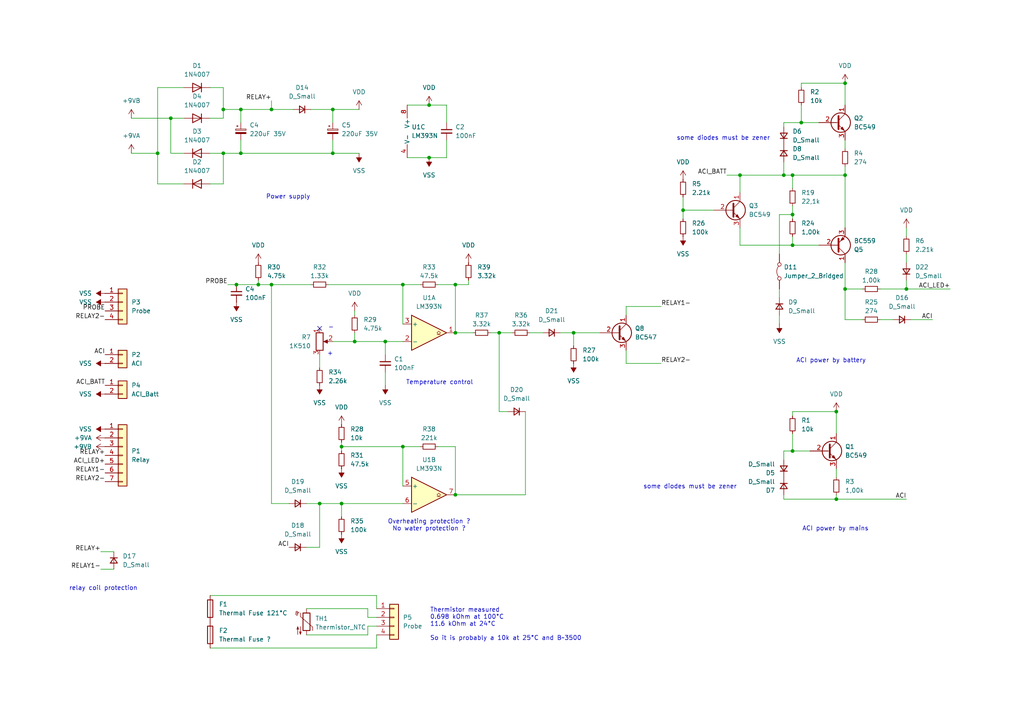
<source format=kicad_sch>
(kicad_sch (version 20231120) (generator "eeschema") (generator_version "8.0")
  (paper "A4")
  (title_block (title "TEC REGULATION 25.60.0101D") (date "2024-09-23") (company "Reverse engineered by FLACO 2024"))
  (lib_symbols
    (symbol "Comparator:LM393" (pin_names (offset 0.127))
      (property "Reference" "U" (at 3.81 3.81 0))
      (property "Value" "LM393" (at 6.35 -3.81 0))
      (symbol "LM393_1_1"
        (pin open_collector line (at 7.62 0 180) (length 2.54) (name "~") (number "1"))
        (pin input line (at -7.62 -2.54 0) (length 2.54) (name "-") (number "2"))
        (pin input line (at -7.62 2.54 0) (length 2.54) (name "+") (number "3"))
      )
      (symbol "LM393_2_1"
        (pin input line (at -7.62 2.54 0) (length 2.54) (name "+") (number "5"))
        (pin input line (at -7.62 -2.54 0) (length 2.54) (name "-") (number "6"))
        (pin open_collector line (at 7.62 0 180) (length 2.54) (name "~") (number "7"))
      )
      (symbol "LM393_3_1"
        (pin power_in line (at -2.54 -7.62 90) (length 3.81) (name "V-") (number "4"))
        (pin power_in line (at -2.54 7.62 270) (length 3.81) (name "V+") (number "8"))
      )
    )
    (symbol "Connector_Generic:Conn_01x02" (pin_names (offset 1.016) hide)
      (property "Reference" "J" (at 0 2.54 0))
      (property "Value" "Conn_01x02" (at 0 -5.08 0))
      (symbol "Conn_01x02_1_1"
        (pin passive line (at -5.08 0 0) (length 3.81) (name "Pin_1") (number "1"))
        (pin passive line (at -5.08 -2.54 0) (length 3.81) (name "Pin_2") (number "2"))
      )
    )
    (symbol "Connector_Generic:Conn_01x04" (pin_names (offset 1.016) hide)
      (property "Reference" "J" (at 0 5.08 0))
      (property "Value" "Conn_01x04" (at 0 -7.62 0))
      (symbol "Conn_01x04_1_1"
        (pin passive line (at -5.08 2.54 0) (length 3.81) (name "Pin_1") (number "1"))
        (pin passive line (at -5.08 0 0) (length 3.81) (name "Pin_2") (number "2"))
        (pin passive line (at -5.08 -2.54 0) (length 3.81) (name "Pin_3") (number "3"))
        (pin passive line (at -5.08 -5.08 0) (length 3.81) (name "Pin_4") (number "4"))
      )
    )
    (symbol "Connector_Generic:Conn_01x07" (pin_names (offset 1.016) hide)
      (property "Reference" "J" (at 0 10.16 0))
      (property "Value" "Conn_01x07" (at 0 -10.16 0))
      (symbol "Conn_01x07_1_1"
        (pin passive line (at -5.08 7.62 0) (length 3.81) (name "Pin_1") (number "1"))
        (pin passive line (at -5.08 5.08 0) (length 3.81) (name "Pin_2") (number "2"))
        (pin passive line (at -5.08 2.54 0) (length 3.81) (name "Pin_3") (number "3"))
        (pin passive line (at -5.08 0 0) (length 3.81) (name "Pin_4") (number "4"))
        (pin passive line (at -5.08 -2.54 0) (length 3.81) (name "Pin_5") (number "5"))
        (pin passive line (at -5.08 -5.08 0) (length 3.81) (name "Pin_6") (number "6"))
        (pin passive line (at -5.08 -7.62 0) (length 3.81) (name "Pin_7") (number "7"))
      )
    )
    (symbol "Device:C_Polarized_Small" (pin_numbers hide) (pin_names (offset 0.254) hide)
      (property "Reference" "C" (at 0.254 1.778 0))
      (property "Value" "C_Polarized_Small" (at 0.254 -2.032 0))
      (symbol "C_Polarized_Small_1_1"
        (pin passive line (at 0 2.54 270) (length 1.8542) (name "~") (number "1"))
        (pin passive line (at 0 -2.54 90) (length 1.8542) (name "~") (number "2"))
      )
    )
    (symbol "Device:C_Small" (pin_numbers hide) (pin_names (offset 0.254) hide)
      (property "Reference" "C" (at 0.254 1.778 0))
      (property "Value" "C_Small" (at 0.254 -2.032 0))
      (symbol "C_Small_1_1"
        (pin passive line (at 0 2.54 270) (length 2.032) (name "~") (number "1"))
        (pin passive line (at 0 -2.54 90) (length 2.032) (name "~") (number "2"))
      )
    )
    (symbol "Device:D_Small" (pin_numbers hide) (pin_names (offset 0.254) hide)
      (property "Reference" "D" (at -1.27 2.032 0))
      (property "Value" "D_Small" (at -3.81 -2.032 0))
      (symbol "D_Small_1_1"
        (pin passive line (at -2.54 0 0) (length 1.778) (name "K") (number "1"))
        (pin passive line (at 2.54 0 180) (length 1.778) (name "A") (number "2"))
      )
    )
    (symbol "Device:Fuse" (pin_numbers hide) (pin_names (offset 0))
      (property "Reference" "F" (at 2.032 0 90))
      (property "Value" "Fuse" (at -1.905 0 90))
      (symbol "Fuse_1_1"
        (pin passive line (at 0 3.81 270) (length 1.27) (name "~") (number "1"))
        (pin passive line (at 0 -3.81 90) (length 1.27) (name "~") (number "2"))
      )
    )
    (symbol "Device:R_Potentiometer" (pin_names (offset 1.016) hide)
      (property "Reference" "RV" (at -4.445 0 90))
      (property "Value" "R_Potentiometer" (at -2.54 0 90))
      (symbol "R_Potentiometer_1_1"
        (pin passive line (at 0 3.81 270) (length 1.27) (name "1") (number "1"))
        (pin passive line (at 3.81 0 180) (length 1.27) (name "2") (number "2"))
        (pin passive line (at 0 -3.81 90) (length 1.27) (name "3") (number "3"))
      )
    )
    (symbol "Device:R_Small" (pin_numbers hide) (pin_names (offset 0.254) hide)
      (property "Reference" "R" (at 0.762 0.508 0))
      (property "Value" "R_Small" (at 0.762 -1.016 0))
      (symbol "R_Small_1_1"
        (pin passive line (at 0 2.54 270) (length 0.762) (name "~") (number "1"))
        (pin passive line (at 0 -2.54 90) (length 0.762) (name "~") (number "2"))
      )
    )
    (symbol "Device:Thermistor_NTC" (pin_numbers hide) (pin_names (offset 0))
      (property "Reference" "TH" (at -4.445 0 90))
      (property "Value" "Thermistor_NTC" (at 3.175 0 90))
      (symbol "Thermistor_NTC_1_1"
        (pin passive line (at 0 3.81 270) (length 1.27) (name "~") (number "1"))
        (pin passive line (at 0 -3.81 90) (length 1.27) (name "~") (number "2"))
      )
    )
    (symbol "Diode:1N4007" (pin_numbers hide) (pin_names hide)
      (property "Reference" "D" (at 0 2.54 0))
      (property "Value" "1N4007" (at 0 -2.54 0))
      (symbol "1N4007_1_1"
        (pin passive line (at -3.81 0 0) (length 2.54) (name "K") (number "1"))
        (pin passive line (at 3.81 0 180) (length 2.54) (name "A") (number "2"))
      )
    )
    (symbol "Jumper:Jumper_2_Bridged" (pin_numbers hide) (pin_names (offset 0) hide) (exclude_from_sim yes)
      (property "Reference" "JP" (at 0 1.905 0))
      (property "Value" "Jumper_2_Bridged" (at 0 -2.54 0))
      (symbol "Jumper_2_Bridged_1_1"
        (pin passive line (at -5.08 0 0) (length 2.54) (name "A") (number "1"))
        (pin passive line (at 5.08 0 180) (length 2.54) (name "B") (number "2"))
      )
    )
    (symbol "Transistor_BJT:BC547" (pin_names (offset 0) hide)
      (property "Reference" "Q" (at 5.08 1.905 0))
      (property "Value" "BC547" (at 5.08 0 0))
      (symbol "BC547_1_1"
        (pin passive line (at 2.54 5.08 270) (length 2.54) (name "C") (number "1"))
        (pin input line (at -5.08 0 0) (length 5.08) (name "B") (number "2"))
        (pin passive line (at 2.54 -5.08 90) (length 2.54) (name "E") (number "3"))
      )
    )
    (symbol "Transistor_BJT:BC549" (pin_names (offset 0) hide)
      (property "Reference" "Q" (at 5.08 1.905 0))
      (property "Value" "BC549" (at 5.08 0 0))
      (symbol "BC549_1_1"
        (pin passive line (at 2.54 5.08 270) (length 2.54) (name "C") (number "1"))
        (pin input line (at -5.08 0 0) (length 5.08) (name "B") (number "2"))
        (pin passive line (at 2.54 -5.08 90) (length 2.54) (name "E") (number "3"))
      )
    )
    (symbol "Transistor_BJT:BC559" (pin_names (offset 0) hide)
      (property "Reference" "Q" (at 5.08 1.905 0))
      (property "Value" "BC559" (at 5.08 0 0))
      (symbol "BC559_1_1"
        (pin passive line (at 2.54 5.08 270) (length 2.54) (name "C") (number "1"))
        (pin input line (at -5.08 0 0) (length 5.715) (name "B") (number "2"))
        (pin passive line (at 2.54 -5.08 90) (length 2.54) (name "E") (number "3"))
      )
    )
    (symbol "power:+9VA" (power) (pin_numbers hide) (pin_names (offset 0) hide)
      (property "Value" "+9VA" (at 0 3.556 0))
      (symbol "+9VA_1_1"
        (pin power_in line (at 0 0 90) (length 0) (name "~") (number "1"))
      )
    )
    (symbol "power:VDD" (power) (pin_numbers hide) (pin_names (offset 0) hide)
      (property "Value" "VDD" (at 0 3.556 0))
      (symbol "VDD_1_1"
        (pin power_in line (at 0 0 90) (length 0) (name "~") (number "1"))
      )
    )
    (symbol "power:VSS" (power) (pin_numbers hide) (pin_names (offset 0) hide)
      (property "Value" "VSS" (at 0 3.556 0))
      (symbol "VSS_1_1"
        (pin power_in line (at 0 0 90) (length 0) (name "~") (number "1"))
      )
    )
  )
  (junction (at 64.77 31.75))
  (junction (at 132.08 143.51))
  (junction (at 229.87 71.12))
  (junction (at 229.87 130.81))
  (junction (at 78.74 31.75))
  (junction (at 229.87 62.23))
  (junction (at 245.11 83.82))
  (junction (at 132.08 96.52))
  (junction (at 74.93 82.55))
  (junction (at 99.06 146.05))
  (junction (at 242.57 119.38))
  (junction (at 242.57 144.78))
  (junction (at 262.89 83.82))
  (junction (at 124.46 45.72))
  (junction (at 96.52 31.75))
  (junction (at 116.84 129.54))
  (junction (at 232.41 35.56))
  (junction (at 116.84 82.55))
  (junction (at 132.08 82.55))
  (junction (at 198.12 60.96))
  (junction (at 68.58 82.55))
  (junction (at 227.33 50.8))
  (junction (at 166.37 96.52))
  (junction (at 245.11 24.13))
  (junction (at 245.11 50.8))
  (junction (at 99.06 129.54))
  (junction (at 64.77 44.45))
  (junction (at 49.53 34.29))
  (junction (at 124.46 30.48))
  (junction (at 69.85 31.75))
  (junction (at 229.87 50.8))
  (junction (at 45.72 44.45))
  (junction (at 69.85 44.45))
  (junction (at 78.74 82.55))
  (junction (at 92.71 146.05))
  (junction (at 214.63 50.8))
  (junction (at 144.78 96.52))
  (junction (at 111.76 99.06))
  (junction (at 96.52 44.45))
  (junction (at 102.87 99.06))
  (no_connect (at 92.71 95.25))
  (wire (pts (xy 116.84 82.55) (xy 121.92 82.55)))
  (wire (pts (xy 262.89 81.28) (xy 262.89 83.82)))
  (wire (pts (xy 29.21 165.1) (xy 33.02 165.1)))
  (wire (pts (xy 49.53 34.29) (xy 49.53 44.45)))
  (wire (pts (xy 242.57 144.78) (xy 262.89 144.78)))
  (wire (pts (xy 153.67 96.52) (xy 157.48 96.52)))
  (wire (pts (xy 99.06 129.54) (xy 99.06 128.27)))
  (wire (pts (xy 229.87 59.69) (xy 229.87 62.23)))
  (wire (pts (xy 116.84 93.98) (xy 116.84 82.55)))
  (wire (pts (xy 232.41 35.56) (xy 227.33 35.56)))
  (wire (pts (xy 264.16 92.71) (xy 270.51 92.71)))
  (wire (pts (xy 229.87 68.58) (xy 229.87 71.12)))
  (wire (pts (xy 109.22 187.96) (xy 109.22 184.15)))
  (wire (pts (xy 210.82 50.8) (xy 214.63 50.8)))
  (wire (pts (xy 229.87 71.12) (xy 214.63 71.12)))
  (wire (pts (xy 144.78 96.52) (xy 148.59 96.52)))
  (wire (pts (xy 227.33 130.81) (xy 229.87 130.81)))
  (wire (pts (xy 64.77 25.4) (xy 60.96 25.4)))
  (wire (pts (xy 99.06 129.54) (xy 99.06 130.81)))
  (wire (pts (xy 226.06 83.82) (xy 226.06 86.36)))
  (wire (pts (xy 111.76 107.95) (xy 111.76 111.76)))
  (wire (pts (xy 152.4 119.38) (xy 152.4 143.51)))
  (wire (pts (xy 198.12 57.15) (xy 198.12 60.96)))
  (wire (pts (xy 129.54 30.48) (xy 124.46 30.48)))
  (wire (pts (xy 229.87 50.8) (xy 229.87 54.61)))
  (wire (pts (xy 227.33 144.78) (xy 242.57 144.78)))
  (wire (pts (xy 262.89 83.82) (xy 275.59 83.82)))
  (wire (pts (xy 106.68 176.53) (xy 88.9 176.53)))
  (wire (pts (xy 124.46 30.48) (xy 118.11 30.48)))
  (wire (pts (xy 166.37 96.52) (xy 173.99 96.52)))
  (wire (pts (xy 78.74 82.55) (xy 78.74 146.05)))
  (wire (pts (xy 60.96 172.72) (xy 109.22 172.72)))
  (wire (pts (xy 245.11 24.13) (xy 245.11 30.48)))
  (wire (pts (xy 232.41 30.48) (xy 232.41 35.56)))
  (wire (pts (xy 49.53 44.45) (xy 53.34 44.45)))
  (wire (pts (xy 106.68 184.15) (xy 88.9 184.15)))
  (wire (pts (xy 242.57 135.89) (xy 242.57 138.43)))
  (wire (pts (xy 96.52 31.75) (xy 104.14 31.75)))
  (wire (pts (xy 95.25 82.55) (xy 116.84 82.55)))
  (wire (pts (xy 242.57 144.78) (xy 242.57 143.51)))
  (wire (pts (xy 232.41 24.13) (xy 232.41 25.4)))
  (wire (pts (xy 38.1 34.29) (xy 49.53 34.29)))
  (wire (pts (xy 109.22 179.07) (xy 106.68 179.07)))
  (wire (pts (xy 64.77 44.45) (xy 69.85 44.45)))
  (wire (pts (xy 53.34 34.29) (xy 49.53 34.29)))
  (wire (pts (xy 214.63 50.8) (xy 214.63 55.88)))
  (wire (pts (xy 96.52 99.06) (xy 102.87 99.06)))
  (wire (pts (xy 229.87 119.38) (xy 229.87 120.65)))
  (wire (pts (xy 64.77 31.75) (xy 64.77 34.29)))
  (wire (pts (xy 245.11 48.26) (xy 245.11 50.8)))
  (wire (pts (xy 78.74 82.55) (xy 90.17 82.55)))
  (wire (pts (xy 99.06 129.54) (xy 116.84 129.54)))
  (wire (pts (xy 60.96 187.96) (xy 109.22 187.96)))
  (wire (pts (xy 88.9 158.75) (xy 92.71 158.75)))
  (wire (pts (xy 88.9 146.05) (xy 92.71 146.05)))
  (wire (pts (xy 96.52 44.45) (xy 96.52 40.64)))
  (wire (pts (xy 162.56 96.52) (xy 166.37 96.52)))
  (wire (pts (xy 29.21 160.02) (xy 33.02 160.02)))
  (wire (pts (xy 229.87 119.38) (xy 242.57 119.38)))
  (wire (pts (xy 99.06 146.05) (xy 99.06 149.86)))
  (wire (pts (xy 111.76 102.87) (xy 111.76 99.06)))
  (wire (pts (xy 69.85 31.75) (xy 69.85 35.56)))
  (wire (pts (xy 78.74 31.75) (xy 85.09 31.75)))
  (wire (pts (xy 245.11 40.64) (xy 245.11 43.18)))
  (wire (pts (xy 191.77 88.9) (xy 181.61 88.9)))
  (wire (pts (xy 129.54 40.64) (xy 129.54 45.72)))
  (wire (pts (xy 132.08 129.54) (xy 127 129.54)))
  (wire (pts (xy 92.71 102.87) (xy 92.71 106.68)))
  (wire (pts (xy 245.11 76.2) (xy 245.11 83.82)))
  (wire (pts (xy 255.27 92.71) (xy 259.08 92.71)))
  (wire (pts (xy 226.06 62.23) (xy 226.06 73.66)))
  (wire (pts (xy 245.11 83.82) (xy 250.19 83.82)))
  (wire (pts (xy 102.87 90.17) (xy 102.87 91.44)))
  (wire (pts (xy 229.87 130.81) (xy 229.87 125.73)))
  (wire (pts (xy 109.22 181.61) (xy 106.68 181.61)))
  (wire (pts (xy 38.1 44.45) (xy 45.72 44.45)))
  (wire (pts (xy 198.12 60.96) (xy 198.12 63.5)))
  (wire (pts (xy 78.74 146.05) (xy 83.82 146.05)))
  (wire (pts (xy 132.08 82.55) (xy 135.89 82.55)))
  (wire (pts (xy 69.85 44.45) (xy 96.52 44.45)))
  (wire (pts (xy 121.92 129.54) (xy 116.84 129.54)))
  (wire (pts (xy 64.77 53.34) (xy 60.96 53.34)))
  (wire (pts (xy 237.49 71.12) (xy 229.87 71.12)))
  (wire (pts (xy 45.72 25.4) (xy 45.72 44.45)))
  (wire (pts (xy 74.93 81.28) (xy 74.93 82.55)))
  (wire (pts (xy 68.58 82.55) (xy 74.93 82.55)))
  (wire (pts (xy 135.89 82.55) (xy 135.89 81.28)))
  (wire (pts (xy 96.52 31.75) (xy 96.52 35.56)))
  (wire (pts (xy 144.78 119.38) (xy 147.32 119.38)))
  (wire (pts (xy 132.08 143.51) (xy 132.08 129.54)))
  (wire (pts (xy 229.87 62.23) (xy 226.06 62.23)))
  (wire (pts (xy 142.24 96.52) (xy 144.78 96.52)))
  (wire (pts (xy 198.12 60.96) (xy 207.01 60.96)))
  (wire (pts (xy 234.95 130.81) (xy 229.87 130.81)))
  (wire (pts (xy 255.27 83.82) (xy 262.89 83.82)))
  (wire (pts (xy 104.14 44.45) (xy 96.52 44.45)))
  (wire (pts (xy 245.11 83.82) (xy 245.11 92.71)))
  (wire (pts (xy 45.72 53.34) (xy 53.34 53.34)))
  (wire (pts (xy 227.33 35.56) (xy 227.33 36.83)))
  (wire (pts (xy 181.61 105.41) (xy 191.77 105.41)))
  (wire (pts (xy 64.77 25.4) (xy 64.77 31.75)))
  (wire (pts (xy 132.08 96.52) (xy 132.08 82.55)))
  (wire (pts (xy 214.63 71.12) (xy 214.63 66.04)))
  (wire (pts (xy 109.22 172.72) (xy 109.22 176.53)))
  (wire (pts (xy 132.08 96.52) (xy 137.16 96.52)))
  (wire (pts (xy 232.41 35.56) (xy 237.49 35.56)))
  (wire (pts (xy 106.68 181.61) (xy 106.68 184.15)))
  (wire (pts (xy 166.37 96.52) (xy 166.37 100.33)))
  (wire (pts (xy 106.68 179.07) (xy 106.68 176.53)))
  (wire (pts (xy 69.85 40.64) (xy 69.85 44.45)))
  (wire (pts (xy 181.61 88.9) (xy 181.61 91.44)))
  (wire (pts (xy 227.33 46.99) (xy 227.33 50.8)))
  (wire (pts (xy 74.93 82.55) (xy 78.74 82.55)))
  (wire (pts (xy 78.74 29.21) (xy 78.74 31.75)))
  (wire (pts (xy 53.34 25.4) (xy 45.72 25.4)))
  (wire (pts (xy 64.77 34.29) (xy 60.96 34.29)))
  (wire (pts (xy 124.46 45.72) (xy 118.11 45.72)))
  (wire (pts (xy 229.87 62.23) (xy 229.87 63.5)))
  (wire (pts (xy 152.4 143.51) (xy 132.08 143.51)))
  (wire (pts (xy 181.61 101.6) (xy 181.61 105.41)))
  (wire (pts (xy 245.11 66.04) (xy 245.11 50.8)))
  (wire (pts (xy 232.41 24.13) (xy 245.11 24.13)))
  (wire (pts (xy 64.77 44.45) (xy 60.96 44.45)))
  (wire (pts (xy 262.89 66.04) (xy 262.89 68.58)))
  (wire (pts (xy 242.57 119.38) (xy 242.57 125.73)))
  (wire (pts (xy 102.87 96.52) (xy 102.87 99.06)))
  (wire (pts (xy 69.85 31.75) (xy 64.77 31.75)))
  (wire (pts (xy 245.11 92.71) (xy 250.19 92.71)))
  (wire (pts (xy 92.71 158.75) (xy 92.71 146.05)))
  (wire (pts (xy 144.78 96.52) (xy 144.78 119.38)))
  (wire (pts (xy 64.77 44.45) (xy 64.77 53.34)))
  (wire (pts (xy 227.33 50.8) (xy 229.87 50.8)))
  (wire (pts (xy 226.06 91.44) (xy 226.06 93.98)))
  (wire (pts (xy 227.33 130.81) (xy 227.33 133.35)))
  (wire (pts (xy 227.33 144.78) (xy 227.33 143.51)))
  (wire (pts (xy 214.63 50.8) (xy 227.33 50.8)))
  (wire (pts (xy 111.76 99.06) (xy 116.84 99.06)))
  (wire (pts (xy 262.89 73.66) (xy 262.89 76.2)))
  (wire (pts (xy 245.11 50.8) (xy 229.87 50.8)))
  (wire (pts (xy 69.85 31.75) (xy 78.74 31.75)))
  (wire (pts (xy 90.17 31.75) (xy 96.52 31.75)))
  (wire (pts (xy 129.54 45.72) (xy 124.46 45.72)))
  (wire (pts (xy 66.04 82.55) (xy 68.58 82.55)))
  (wire (pts (xy 99.06 146.05) (xy 116.84 146.05)))
  (wire (pts (xy 45.72 44.45) (xy 45.72 53.34)))
  (wire (pts (xy 92.71 146.05) (xy 99.06 146.05)))
  (wire (pts (xy 116.84 129.54) (xy 116.84 140.97)))
  (wire (pts (xy 102.87 99.06) (xy 111.76 99.06)))
  (wire (pts (xy 129.54 35.56) (xy 129.54 30.48)))
  (wire (pts (xy 132.08 82.55) (xy 127 82.55)))
  (text "ACI power by battery" (at 241.046 104.648 0) (effects (font (size 1.27 1.27))))
  (text "relay coil protection" (at 29.972 170.688 0) (effects (font (size 1.27 1.27))))
  (text "Temperature control" (at 127.508 110.998 0) (effects (font (size 1.27 1.27))))
  (text "-" (at 96.012 94.996 0) (effects (font (size 1.27 1.27))))
  (text "Overheating protection ?\nNo water protection ?" (at 124.46 152.4 0) (effects (font (size 1.27 1.27))))
  (text "+" (at 95.758 102.616 0) (effects (font (size 1.27 1.27))))
  (text "ACI power by mains" (at 242.316 153.416 0) (effects (font (size 1.27 1.27))))
  (text "Thermistor measured\n0.698 kOhm at 100°C\n11.6 kOhm at 24°C\n\nSo it is probably a 10k at 25°C and B~3500" (at 124.714 181.102 0) (effects (font (size 1.27 1.27)) (justify left)))
  (text "some diodes must be zener" (at 200.152 141.224 0) (effects (font (size 1.27 1.27))))
  (text "some diodes must be zener" (at 209.804 40.132 0) (effects (font (size 1.27 1.27))))
  (text "Power supply" (at 83.566 57.15 0) (effects (font (size 1.27 1.27))))
  (label "ACI" (at 83.82 158.75 180))
  (label "RELAY+" (at 30.48 132.08 180))
  (label "RELAY2-" (at 30.48 92.71 180))
  (label "ACI_BATT" (at 210.82 50.8 180))
  (label "ACI" (at 30.48 102.87 180))
  (label "RELAY2-" (at 191.77 105.41 0))
  (label "PROBE" (at 30.48 90.17 180))
  (label "RELAY+" (at 29.21 160.02 180))
  (label "RELAY1-" (at 30.48 137.16 180))
  (label "RELAY1-" (at 191.77 88.9 0))
  (label "ACI" (at 270.51 92.71 180))
  (label "RELAY1-" (at 29.21 165.1 180))
  (label "ACI_LED+" (at 30.48 134.62 180))
  (label "RELAY2-" (at 30.48 139.7 180))
  (label "ACI" (at 262.89 144.78 180))
  (label "PROBE" (at 66.04 82.55 180))
  (label "ACI_BATT" (at 30.48 111.76 180))
  (label "RELAY+" (at 78.74 29.21 180))
  (label "ACI_LED+" (at 275.59 83.82 180))
  (symbol (lib_id "Connector_Generic:Conn_01x04") (at 35.56 87.63 0) (unit 1)
    (property "Reference" "P3" (at 38.1 87.6299 0) (effects (justify left)))
    (property "Value" "Probe" (at 38.1 90.1699 0) (effects (justify left)))
    (property "Description" "Generic connector, single row, 01x04, script generated (kicad-library-utils/schlib/autogen/connector/)" (effects (hide yes)))
  )
  (symbol (lib_id "Device:D_Small") (at 261.62 92.71 180) (unit 1)
    (property "Reference" "D16" (at 261.62 86.36 0))
    (property "Value" "D_Small" (at 261.62 88.9 0))
    (property "Description" "Diode, small symbol" (effects (hide yes)))
    (property "Sim.Device" "D" (effects (hide yes)))
    (property "Sim.Pins" "1=K 2=A" (effects (hide yes)))
  )
  (symbol (lib_id "Device:R_Small") (at 252.73 92.71 90) (unit 1)
    (property "Reference" "R25" (at 252.73 87.63 90))
    (property "Value" "274" (at 252.73 90.17 90))
    (property "Footprint" "Resistor_THT:R_Axial_DIN0207_L6.3mm_D2.5mm_P10.16mm_Horizontal" (effects (hide yes)))
    (property "Description" "Resistor, small symbol" (effects (hide yes)))
  )
  (symbol (lib_id "Device:D_Small") (at 262.89 78.74 90) (unit 1)
    (property "Reference" "D22" (at 265.43 77.4699 90) (effects (justify right)))
    (property "Value" "D_Small" (at 265.43 80.0099 90) (effects (justify right)))
    (property "Description" "Diode, small symbol" (effects (hide yes)))
    (property "Sim.Device" "D" (effects (hide yes)))
    (property "Sim.Pins" "1=K 2=A" (effects (hide yes)))
  )
  (symbol (lib_id "Diode:1N4007") (at 57.15 34.29 180) (unit 1)
    (property "Reference" "D4" (at 57.15 27.94 0))
    (property "Value" "1N4007" (at 57.15 30.48 0))
    (property "Footprint" "Diode_THT:D_DO-41_SOD81_P10.16mm_Horizontal" (effects (hide yes)))
    (property "Datasheet" "http://www.vishay.com/docs/88503/1n4001.pdf" (effects (hide yes)))
    (property "Description" "1000V 1A General Purpose Rectifier Diode, DO-41" (effects (hide yes)))
    (property "Sim.Device" "D" (effects (hide yes)))
    (property "Sim.Pins" "1=K 2=A" (effects (hide yes)))
  )
  (symbol (lib_id "Device:D_Small") (at 33.02 162.56 270) (unit 1)
    (property "Reference" "D17" (at 35.56 161.2899 90) (effects (justify left)))
    (property "Value" "D_Small" (at 35.56 163.8299 90) (effects (justify left)))
    (property "Description" "Diode, small symbol" (effects (hide yes)))
    (property "Sim.Device" "D" (effects (hide yes)))
    (property "Sim.Pins" "1=K 2=A" (effects (hide yes)))
  )
  (symbol (lib_id "Device:R_Small") (at 99.06 133.35 0) (unit 1)
    (property "Reference" "R31" (at 101.6 132.0799 0) (effects (justify left)))
    (property "Value" "47.5k" (at 101.6 134.6199 0) (effects (justify left)))
    (property "Footprint" "Resistor_THT:R_Axial_DIN0207_L6.3mm_D2.5mm_P10.16mm_Horizontal" (effects (hide yes)))
    (property "Description" "Resistor, small symbol" (effects (hide yes)))
  )
  (symbol (lib_id "power:VDD") (at 242.57 119.38 0) (unit 1)
    (property "Reference" "#PWR029" (effects (hide yes)))
    (property "Value" "VDD" (at 242.57 114.3 0))
    (property "Description" "Power symbol creates a global label with name \"VDD\"" (effects (hide yes)))
  )
  (symbol (lib_id "Diode:1N4007") (at 57.15 53.34 0) (unit 1)
    (property "Reference" "D2" (at 57.15 46.99 0))
    (property "Value" "1N4007" (at 57.15 49.53 0))
    (property "Footprint" "Diode_THT:D_DO-41_SOD81_P10.16mm_Horizontal" (effects (hide yes)))
    (property "Datasheet" "http://www.vishay.com/docs/88503/1n4001.pdf" (effects (hide yes)))
    (property "Description" "1000V 1A General Purpose Rectifier Diode, DO-41" (effects (hide yes)))
    (property "Sim.Device" "D" (effects (hide yes)))
    (property "Sim.Pins" "1=K 2=A" (effects (hide yes)))
  )
  (symbol (lib_id "power:VDD") (at 74.93 76.2 0) (unit 1)
    (property "Reference" "#PWR013" (effects (hide yes)))
    (property "Value" "VDD" (at 74.93 71.12 0))
    (property "Description" "Power symbol creates a global label with name \"VDD\"" (effects (hide yes)))
  )
  (symbol (lib_id "Device:R_Small") (at 198.12 66.04 0) (unit 1)
    (property "Reference" "R26" (at 200.66 64.7699 0) (effects (justify left)))
    (property "Value" "100k" (at 200.66 67.3099 0) (effects (justify left)))
    (property "Footprint" "Resistor_THT:R_Axial_DIN0207_L6.3mm_D2.5mm_P10.16mm_Horizontal" (effects (hide yes)))
    (property "Description" "Resistor, small symbol" (effects (hide yes)))
  )
  (symbol (lib_id "Device:D_Small") (at 226.06 88.9 270) (unit 1)
    (property "Reference" "D9" (at 228.6 87.6299 90) (effects (justify left)))
    (property "Value" "D_Small" (at 228.6 90.1699 90) (effects (justify left)))
    (property "Description" "Diode, small symbol" (effects (hide yes)))
    (property "Sim.Device" "D" (effects (hide yes)))
    (property "Sim.Pins" "1=K 2=A" (effects (hide yes)))
  )
  (symbol (lib_id "power:VSS") (at 124.46 45.72 180) (unit 1)
    (property "Reference" "#PWR08" (effects (hide yes)))
    (property "Value" "VSS" (at 124.46 50.8 0))
    (property "Description" "Power symbol creates a global label with name \"VSS\"" (effects (hide yes)))
  )
  (symbol (lib_id "Device:R_Small") (at 124.46 82.55 90) (unit 1)
    (property "Reference" "R33" (at 124.46 77.47 90))
    (property "Value" "47.5k" (at 124.46 80.01 90))
    (property "Footprint" "Resistor_THT:R_Axial_DIN0207_L6.3mm_D2.5mm_P10.16mm_Horizontal" (effects (hide yes)))
    (property "Description" "Resistor, small symbol" (effects (hide yes)))
  )
  (symbol (lib_id "Diode:1N4007") (at 57.15 44.45 0) (unit 1)
    (property "Reference" "D3" (at 57.15 38.1 0))
    (property "Value" "1N4007" (at 57.15 40.64 0))
    (property "Footprint" "Diode_THT:D_DO-41_SOD81_P10.16mm_Horizontal" (effects (hide yes)))
    (property "Datasheet" "http://www.vishay.com/docs/88503/1n4001.pdf" (effects (hide yes)))
    (property "Description" "1000V 1A General Purpose Rectifier Diode, DO-41" (effects (hide yes)))
    (property "Sim.Device" "D" (effects (hide yes)))
    (property "Sim.Pins" "1=K 2=A" (effects (hide yes)))
  )
  (symbol (lib_id "Device:C_Polarized_Small") (at 69.85 38.1 0) (unit 1)
    (property "Reference" "C4" (at 72.39 36.2838 0) (effects (justify left)))
    (property "Value" "220uF 35V" (at 72.39 38.8238 0) (effects (justify left)))
    (property "Footprint" "Capacitor_THT:CP_Radial_D10.0mm_P5.00mm" (effects (hide yes)))
    (property "Description" "Polarized capacitor, small symbol" (effects (hide yes)))
  )
  (symbol (lib_id "Transistor_BJT:BC559") (at 242.57 71.12 0) (mirror x) (unit 1)
    (property "Reference" "Q5" (at 247.65 72.3901 0) (effects (justify left)))
    (property "Value" "BC559" (at 247.65 69.8501 0) (effects (justify left)))
    (property "Footprint" "Package_TO_SOT_THT:TO-92_Inline" (effects (hide yes)))
    (property "Datasheet" "https://www.onsemi.com/pub/Collateral/BC556BTA-D.pdf" (effects (hide yes)))
    (property "Description" "0.1A Ic, 30V Vce, PNP Small Signal Transistor, TO-92" (effects (hide yes)))
  )
  (symbol (lib_id "Device:D_Small") (at 149.86 119.38 180) (unit 1)
    (property "Reference" "D20" (at 149.86 113.03 0))
    (property "Value" "D_Small" (at 149.86 115.57 0))
    (property "Description" "Diode, small symbol" (effects (hide yes)))
    (property "Sim.Device" "D" (effects (hide yes)))
    (property "Sim.Pins" "1=K 2=A" (effects (hide yes)))
  )
  (symbol (lib_id "power:VSS") (at 226.06 93.98 180) (unit 1)
    (property "Reference" "#PWR026" (effects (hide yes)))
    (property "Value" "VSS" (at 226.06 99.06 0))
    (property "Description" "Power symbol creates a global label with name \"VSS\"" (effects (hide yes)))
  )
  (symbol (lib_id "Device:R_Small") (at 99.06 152.4 0) (unit 1)
    (property "Reference" "R35" (at 101.6 151.1299 0) (effects (justify left)))
    (property "Value" "100k" (at 101.6 153.6699 0) (effects (justify left)))
    (property "Footprint" "Resistor_THT:R_Axial_DIN0207_L6.3mm_D2.5mm_P10.16mm_Horizontal" (effects (hide yes)))
    (property "Description" "Resistor, small symbol" (effects (hide yes)))
  )
  (symbol (lib_id "Device:Fuse") (at 60.96 176.53 0) (unit 1)
    (property "Reference" "F1" (at 63.5 175.2599 0) (effects (justify left)))
    (property "Value" "Thermal Fuse 121°C" (at 63.5 177.7999 0) (effects (justify left)))
    (property "Datasheet" "https://www.sensience.com/products/microtemp-thermal-fuse-2/" (effects (hide yes)))
    (property "Description" "Fuse, Microtemp G4" (effects (hide yes)))
  )
  (symbol (lib_id "Transistor_BJT:BC549") (at 212.09 60.96 0) (unit 1)
    (property "Reference" "Q3" (at 217.17 59.6899 0) (effects (justify left)))
    (property "Value" "BC549" (at 217.17 62.2299 0) (effects (justify left)))
    (property "Footprint" "Package_TO_SOT_THT:TO-92_Inline" (effects (hide yes)))
    (property "Datasheet" "https://www.onsemi.com/pub/Collateral/BC550-D.pdf" (effects (hide yes)))
    (property "Description" "0.1A Ic, 30V Vce, Small Signal NPN Transistor, TO-92" (effects (hide yes)))
  )
  (symbol (lib_id "Device:R_Small") (at 229.87 57.15 0) (unit 1)
    (property "Reference" "R19" (at 232.41 55.8799 0) (effects (justify left)))
    (property "Value" "22,1k" (at 232.41 58.4199 0) (effects (justify left)))
    (property "Footprint" "Resistor_THT:R_Axial_DIN0207_L6.3mm_D2.5mm_P10.16mm_Horizontal" (effects (hide yes)))
    (property "Description" "Resistor, small symbol" (effects (hide yes)))
  )
  (symbol (lib_id "power:VDD") (at 99.06 123.19 0) (unit 1)
    (property "Reference" "#PWR017" (effects (hide yes)))
    (property "Value" "VDD" (at 99.06 118.11 0))
    (property "Description" "Power symbol creates a global label with name \"VDD\"" (effects (hide yes)))
  )
  (symbol (lib_id "Device:R_Small") (at 232.41 27.94 0) (unit 1)
    (property "Reference" "R2" (at 234.95 26.6699 0) (effects (justify left)))
    (property "Value" "10k" (at 234.95 29.2099 0) (effects (justify left)))
    (property "Footprint" "Resistor_THT:R_Axial_DIN0207_L6.3mm_D2.5mm_P10.16mm_Horizontal" (effects (hide yes)))
    (property "Description" "Resistor, small symbol" (effects (hide yes)))
  )
  (symbol (lib_id "power:VSS") (at 198.12 68.58 180) (unit 1)
    (property "Reference" "#PWR025" (effects (hide yes)))
    (property "Value" "VSS" (at 198.12 73.66 0))
    (property "Description" "Power symbol creates a global label with name \"VSS\"" (effects (hide yes)))
  )
  (symbol (lib_id "Device:R_Small") (at 102.87 93.98 0) (unit 1)
    (property "Reference" "R29" (at 105.41 92.7099 0) (effects (justify left)))
    (property "Value" "4.75k" (at 105.41 95.2499 0) (effects (justify left)))
    (property "Footprint" "Resistor_THT:R_Axial_DIN0207_L6.3mm_D2.5mm_P10.16mm_Horizontal" (effects (hide yes)))
    (property "Description" "Resistor, small symbol" (effects (hide yes)))
  )
  (symbol (lib_id "power:VSS") (at 30.48 124.46 90) (unit 1)
    (property "Reference" "#PWR03" (effects (hide yes)))
    (property "Value" "VSS" (at 26.67 124.4599 90) (effects (justify left)))
    (property "Description" "Power symbol creates a global label with name \"VSS\"" (effects (hide yes)))
  )
  (symbol (lib_id "Device:R_Small") (at 229.87 123.19 0) (unit 1)
    (property "Reference" "R1" (at 232.41 121.9199 0) (effects (justify left)))
    (property "Value" "10k" (at 232.41 124.4599 0) (effects (justify left)))
    (property "Footprint" "Resistor_THT:R_Axial_DIN0207_L6.3mm_D2.5mm_P10.16mm_Horizontal" (effects (hide yes)))
    (property "Description" "Resistor, small symbol" (effects (hide yes)))
  )
  (symbol (lib_id "power:+9VA") (at 38.1 44.45 0) (unit 1)
    (property "Reference" "#PWR023" (effects (hide yes)))
    (property "Value" "+9VA" (at 38.1 39.37 0))
    (property "Description" "Power symbol creates a global label with name \"+9VA\"" (effects (hide yes)))
  )
  (symbol (lib_id "power:VSS") (at 30.48 85.09 90) (unit 1)
    (property "Reference" "#PWR06" (effects (hide yes)))
    (property "Value" "VSS" (at 26.67 85.0899 90) (effects (justify left)))
    (property "Description" "Power symbol creates a global label with name \"VSS\"" (effects (hide yes)))
  )
  (symbol (lib_id "power:+9VA") (at 38.1 34.29 0) (unit 1)
    (property "Reference" "#PWR022" (effects (hide yes)))
    (property "Value" "+9VB" (at 38.1 29.21 0))
    (property "Description" "Power symbol creates a global label with name \"+9VA\"" (effects (hide yes)))
  )
  (symbol (lib_id "Device:D_Small") (at 87.63 31.75 180) (unit 1)
    (property "Reference" "D14" (at 87.63 25.4 0))
    (property "Value" "D_Small" (at 87.63 27.94 0))
    (property "Description" "Diode, small symbol" (effects (hide yes)))
    (property "Sim.Device" "D" (effects (hide yes)))
    (property "Sim.Pins" "1=K 2=A" (effects (hide yes)))
  )
  (symbol (lib_id "Device:R_Small") (at 242.57 140.97 0) (unit 1)
    (property "Reference" "R3" (at 245.11 139.6999 0) (effects (justify left)))
    (property "Value" "1,00k" (at 245.11 142.2399 0) (effects (justify left)))
    (property "Footprint" "Resistor_THT:R_Axial_DIN0207_L6.3mm_D2.5mm_P10.16mm_Horizontal" (effects (hide yes)))
    (property "Description" "Resistor, small symbol" (effects (hide yes)))
  )
  (symbol (lib_id "power:VSS") (at 99.06 154.94 180) (unit 1)
    (property "Reference" "#PWR018" (effects (hide yes)))
    (property "Value" "VSS" (at 99.06 160.02 0))
    (property "Description" "Power symbol creates a global label with name \"VSS\"" (effects (hide yes)))
  )
  (symbol (lib_id "Device:C_Small") (at 129.54 38.1 0) (unit 1)
    (property "Reference" "C2" (at 132.08 36.8362 0) (effects (justify left)))
    (property "Value" "100nF" (at 132.08 39.3762 0) (effects (justify left)))
    (property "Footprint" "Capacitor_THT:C_Disc_D5.0mm_W2.5mm_P5.00mm" (effects (hide yes)))
    (property "Description" "Unpolarized capacitor, small symbol" (effects (hide yes)))
  )
  (symbol (lib_id "power:VDD") (at 124.46 30.48 0) (unit 1)
    (property "Reference" "#PWR09" (effects (hide yes)))
    (property "Value" "VDD" (at 124.46 25.4 0))
    (property "Description" "Power symbol creates a global label with name \"VDD\"" (effects (hide yes)))
  )
  (symbol (lib_id "Comparator:LM393") (at 120.65 38.1 0) (unit 3)
    (property "Reference" "U1" (at 119.38 36.8299 0) (effects (justify left)))
    (property "Value" "LM393N" (at 119.38 39.3699 0) (effects (justify left)))
    (property "Footprint" "Package_DIP:DIP-8_W7.62mm" (effects (hide yes)))
    (property "Datasheet" "http://www.ti.com/lit/ds/symlink/lm393.pdf" (effects (hide yes)))
    (property "Description" "Low-Power, Low-Offset Voltage, Dual Comparators, DIP-8/SOIC-8/TO-99-8" (effects (hide yes)))
  )
  (symbol (lib_id "Transistor_BJT:BC547") (at 179.07 96.52 0) (unit 1)
    (property "Reference" "Q8" (at 184.15 95.2499 0) (effects (justify left)))
    (property "Value" "BC547" (at 184.15 97.7899 0) (effects (justify left)))
    (property "Footprint" "Package_TO_SOT_THT:TO-92_Inline" (effects (hide yes)))
    (property "Datasheet" "https://www.onsemi.com/pub/Collateral/BC550-D.pdf" (effects (hide yes)))
    (property "Description" "0.1A Ic, 45V Vce, Small Signal NPN Transistor, TO-92" (effects (hide yes)))
  )
  (symbol (lib_id "Device:D_Small") (at 227.33 44.45 270) (unit 1)
    (property "Reference" "D8" (at 229.87 43.1799 90) (effects (justify left)))
    (property "Value" "D_Small" (at 229.87 45.7199 90) (effects (justify left)))
    (property "Description" "Diode, small symbol" (effects (hide yes)))
    (property "Sim.Device" "D" (effects (hide yes)))
    (property "Sim.Pins" "1=K 2=A" (effects (hide yes)))
  )
  (symbol (lib_id "Device:R_Small") (at 135.89 78.74 0) (unit 1)
    (property "Reference" "R39" (at 138.43 77.4699 0) (effects (justify left)))
    (property "Value" "3.32k" (at 138.43 80.0099 0) (effects (justify left)))
    (property "Footprint" "Resistor_THT:R_Axial_DIN0207_L6.3mm_D2.5mm_P10.16mm_Horizontal" (effects (hide yes)))
    (property "Description" "Resistor, small symbol" (effects (hide yes)))
  )
  (symbol (lib_id "Device:C_Small") (at 111.76 105.41 0) (unit 1)
    (property "Reference" "C1" (at 114.3 104.1462 0) (effects (justify left)))
    (property "Value" "100nF" (at 114.3 106.6862 0) (effects (justify left)))
    (property "Footprint" "Capacitor_THT:C_Disc_D5.0mm_W2.5mm_P5.00mm" (effects (hide yes)))
    (property "Description" "Unpolarized capacitor, small symbol" (effects (hide yes)))
  )
  (symbol (lib_id "Diode:1N4007") (at 57.15 25.4 180) (unit 1)
    (property "Reference" "D1" (at 57.15 19.05 0))
    (property "Value" "1N4007" (at 57.15 21.59 0))
    (property "Footprint" "Diode_THT:D_DO-41_SOD81_P10.16mm_Horizontal" (effects (hide yes)))
    (property "Datasheet" "http://www.vishay.com/docs/88503/1n4001.pdf" (effects (hide yes)))
    (property "Description" "1000V 1A General Purpose Rectifier Diode, DO-41" (effects (hide yes)))
    (property "Sim.Device" "D" (effects (hide yes)))
    (property "Sim.Pins" "1=K 2=A" (effects (hide yes)))
  )
  (symbol (lib_id "Device:Thermistor_NTC") (at 88.9 180.34 0) (unit 1)
    (property "Reference" "TH1" (at 91.44 179.3874 0) (effects (justify left)))
    (property "Value" "Thermistor_NTC" (at 91.44 181.9274 0) (effects (justify left)))
    (property "Description" "Temperature dependent resistor, negative temperature coefficient" (effects (hide yes)))
  )
  (symbol (lib_id "power:VSS") (at 111.76 111.76 180) (unit 1)
    (property "Reference" "#PWR010" (effects (hide yes)))
    (property "Value" "VSS" (at 111.76 116.84 0))
    (property "Description" "Power symbol creates a global label with name \"VSS\"" (effects (hide yes)))
  )
  (symbol (lib_id "power:VSS") (at 30.48 105.41 90) (unit 1)
    (property "Reference" "#PWR04" (effects (hide yes)))
    (property "Value" "VSS" (at 26.67 105.4099 90) (effects (justify left)))
    (property "Description" "Power symbol creates a global label with name \"VSS\"" (effects (hide yes)))
  )
  (symbol (lib_id "Device:R_Small") (at 245.11 45.72 0) (unit 1)
    (property "Reference" "R4" (at 247.65 44.4499 0) (effects (justify left)))
    (property "Value" "274" (at 247.65 46.9899 0) (effects (justify left)))
    (property "Footprint" "Resistor_THT:R_Axial_DIN0207_L6.3mm_D2.5mm_P10.16mm_Horizontal" (effects (hide yes)))
    (property "Description" "Resistor, small symbol" (effects (hide yes)))
  )
  (symbol (lib_id "Transistor_BJT:BC549") (at 240.03 130.81 0) (unit 1)
    (property "Reference" "Q1" (at 245.11 129.5399 0) (effects (justify left)))
    (property "Value" "BC549" (at 245.11 132.0799 0) (effects (justify left)))
    (property "Footprint" "Package_TO_SOT_THT:TO-92_Inline" (effects (hide yes)))
    (property "Datasheet" "https://www.onsemi.com/pub/Collateral/BC550-D.pdf" (effects (hide yes)))
    (property "Description" "0.1A Ic, 30V Vce, Small Signal NPN Transistor, TO-92" (effects (hide yes)))
  )
  (symbol (lib_id "power:VSS") (at 166.37 105.41 180) (unit 1)
    (property "Reference" "#PWR015" (effects (hide yes)))
    (property "Value" "VSS" (at 166.37 110.49 0))
    (property "Description" "Power symbol creates a global label with name \"VSS\"" (effects (hide yes)))
  )
  (symbol (lib_id "power:VSS") (at 104.14 44.45 180) (unit 1)
    (property "Reference" "#PWR021" (effects (hide yes)))
    (property "Value" "VSS" (at 104.14 49.53 0))
    (property "Description" "Power symbol creates a global label with name \"VSS\"" (effects (hide yes)))
  )
  (symbol (lib_id "Device:R_Small") (at 99.06 125.73 0) (unit 1)
    (property "Reference" "R28" (at 101.6 124.4599 0) (effects (justify left)))
    (property "Value" "10k" (at 101.6 126.9999 0) (effects (justify left)))
    (property "Footprint" "Resistor_THT:R_Axial_DIN0207_L6.3mm_D2.5mm_P10.16mm_Horizontal" (effects (hide yes)))
    (property "Description" "Resistor, small symbol" (effects (hide yes)))
  )
  (symbol (lib_id "power:VSS") (at 99.06 135.89 180) (unit 1)
    (property "Reference" "#PWR016" (effects (hide yes)))
    (property "Value" "VSS" (at 99.06 140.97 0))
    (property "Description" "Power symbol creates a global label with name \"VSS\"" (effects (hide yes)))
  )
  (symbol (lib_id "Connector_Generic:Conn_01x07") (at 35.56 132.08 0) (unit 1)
    (property "Reference" "P1" (at 38.1 130.8099 0) (effects (justify left)))
    (property "Value" "Relay" (at 38.1 133.3499 0) (effects (justify left)))
    (property "Description" "Generic connector, single row, 01x07, script generated (kicad-library-utils/schlib/autogen/connector/)" (effects (hide yes)))
  )
  (symbol (lib_id "Device:R_Small") (at 139.7 96.52 90) (unit 1)
    (property "Reference" "R37" (at 139.7 91.44 90))
    (property "Value" "3.32k" (at 139.7 93.98 90))
    (property "Footprint" "Resistor_THT:R_Axial_DIN0207_L6.3mm_D2.5mm_P10.16mm_Horizontal" (effects (hide yes)))
    (property "Description" "Resistor, small symbol" (effects (hide yes)))
  )
  (symbol (lib_id "power:+9VA") (at 30.48 127 90) (unit 1)
    (property "Reference" "#PWR01" (effects (hide yes)))
    (property "Value" "+9VA" (at 26.67 126.9999 90) (effects (justify left)))
    (property "Description" "Power symbol creates a global label with name \"+9VA\"" (effects (hide yes)))
  )
  (symbol (lib_id "Device:R_Small") (at 124.46 129.54 90) (unit 1)
    (property "Reference" "R38" (at 124.46 124.46 90))
    (property "Value" "221k" (at 124.46 127 90))
    (property "Footprint" "Resistor_THT:R_Axial_DIN0207_L6.3mm_D2.5mm_P10.16mm_Horizontal" (effects (hide yes)))
    (property "Description" "Resistor, small symbol" (effects (hide yes)))
  )
  (symbol (lib_id "Device:D_Small") (at 227.33 140.97 270) (unit 1)
    (property "Reference" "D7" (at 224.79 142.2401 90) (effects (justify right)))
    (property "Value" "D_Small" (at 224.79 139.7001 90) (effects (justify right)))
    (property "Description" "Diode, small symbol" (effects (hide yes)))
    (property "Sim.Device" "D" (effects (hide yes)))
    (property "Sim.Pins" "1=K 2=A" (effects (hide yes)))
  )
  (symbol (lib_id "Device:R_Small") (at 229.87 66.04 0) (unit 1)
    (property "Reference" "R24" (at 232.41 64.7699 0) (effects (justify left)))
    (property "Value" "1,00k" (at 232.41 67.3099 0) (effects (justify left)))
    (property "Footprint" "Resistor_THT:R_Axial_DIN0207_L6.3mm_D2.5mm_P10.16mm_Horizontal" (effects (hide yes)))
    (property "Description" "Resistor, small symbol" (effects (hide yes)))
  )
  (symbol (lib_id "Device:R_Small") (at 92.71 82.55 90) (unit 1)
    (property "Reference" "R32" (at 92.71 77.47 90))
    (property "Value" "1.33k" (at 92.71 80.01 90))
    (property "Footprint" "Resistor_THT:R_Axial_DIN0207_L6.3mm_D2.5mm_P10.16mm_Horizontal" (effects (hide yes)))
    (property "Description" "Resistor, small symbol" (effects (hide yes)))
  )
  (symbol (lib_id "power:+9VA") (at 30.48 129.54 90) (unit 1)
    (property "Reference" "#PWR02" (effects (hide yes)))
    (property "Value" "+9VB" (at 26.67 129.5399 90) (effects (justify left)))
    (property "Description" "Power symbol creates a global label with name \"+9VA\"" (effects (hide yes)))
  )
  (symbol (lib_id "power:VDD") (at 102.87 90.17 0) (unit 1)
    (property "Reference" "#PWR011" (effects (hide yes)))
    (property "Value" "VDD" (at 102.87 85.09 0))
    (property "Description" "Power symbol creates a global label with name \"VDD\"" (effects (hide yes)))
  )
  (symbol (lib_id "power:VSS") (at 92.71 111.76 180) (unit 1)
    (property "Reference" "#PWR012" (effects (hide yes)))
    (property "Value" "VSS" (at 92.71 116.84 0))
    (property "Description" "Power symbol creates a global label with name \"VSS\"" (effects (hide yes)))
  )
  (symbol (lib_id "Device:C_Small") (at 68.58 85.09 0) (unit 1)
    (property "Reference" "C4" (at 71.12 83.8262 0) (effects (justify left)))
    (property "Value" "100nF" (at 71.12 86.3662 0) (effects (justify left)))
    (property "Footprint" "Capacitor_THT:C_Disc_D5.0mm_W2.5mm_P5.00mm" (effects (hide yes)))
    (property "Description" "Unpolarized capacitor, small symbol" (effects (hide yes)))
  )
  (symbol (lib_id "Device:D_Small") (at 160.02 96.52 180) (unit 1)
    (property "Reference" "D21" (at 160.02 90.17 0))
    (property "Value" "D_Small" (at 160.02 92.71 0))
    (property "Description" "Diode, small symbol" (effects (hide yes)))
    (property "Sim.Device" "D" (effects (hide yes)))
    (property "Sim.Pins" "1=K 2=A" (effects (hide yes)))
  )
  (symbol (lib_id "Device:Fuse") (at 60.96 184.15 0) (unit 1)
    (property "Reference" "F2" (at 63.5 182.8799 0) (effects (justify left)))
    (property "Value" "Thermal Fuse ?" (at 63.5 185.4199 0) (effects (justify left)))
    (property "Description" "Fuse" (effects (hide yes)))
  )
  (symbol (lib_id "power:VDD") (at 135.89 76.2 0) (unit 1)
    (property "Reference" "#PWR014" (effects (hide yes)))
    (property "Value" "VDD" (at 135.89 71.12 0))
    (property "Description" "Power symbol creates a global label with name \"VDD\"" (effects (hide yes)))
  )
  (symbol (lib_id "power:VDD") (at 104.14 31.75 0) (unit 1)
    (property "Reference" "#PWR020" (effects (hide yes)))
    (property "Value" "VDD" (at 104.14 26.67 0))
    (property "Description" "Power symbol creates a global label with name \"VDD\"" (effects (hide yes)))
  )
  (symbol (lib_id "Device:R_Small") (at 198.12 54.61 0) (unit 1)
    (property "Reference" "R5" (at 200.66 53.3399 0) (effects (justify left)))
    (property "Value" "2.21k" (at 200.66 55.8799 0) (effects (justify left)))
    (property "Footprint" "Resistor_THT:R_Axial_DIN0207_L6.3mm_D2.5mm_P10.16mm_Horizontal" (effects (hide yes)))
    (property "Description" "Resistor, small symbol" (effects (hide yes)))
  )
  (symbol (lib_id "power:VDD") (at 245.11 24.13 0) (unit 1)
    (property "Reference" "#PWR027" (effects (hide yes)))
    (property "Value" "VDD" (at 245.11 19.05 0))
    (property "Description" "Power symbol creates a global label with name \"VDD\"" (effects (hide yes)))
  )
  (symbol (lib_id "power:VDD") (at 198.12 52.07 0) (unit 1)
    (property "Reference" "#PWR024" (effects (hide yes)))
    (property "Value" "VDD" (at 198.12 46.99 0))
    (property "Description" "Power symbol creates a global label with name \"VDD\"" (effects (hide yes)))
  )
  (symbol (lib_id "Connector_Generic:Conn_01x02") (at 35.56 102.87 0) (unit 1)
    (property "Reference" "P2" (at 38.1 102.8699 0) (effects (justify left)))
    (property "Value" "ACI" (at 38.1 105.4099 0) (effects (justify left)))
    (property "Description" "Generic connector, single row, 01x02, script generated (kicad-library-utils/schlib/autogen/connector/)" (effects (hide yes)))
  )
  (symbol (lib_id "Comparator:LM393") (at 124.46 143.51 0) (unit 2)
    (property "Reference" "U1" (at 124.46 133.35 0))
    (property "Value" "LM393N" (at 124.46 135.89 0))
    (property "Footprint" "Package_DIP:DIP-8_W7.62mm" (effects (hide yes)))
    (property "Datasheet" "http://www.ti.com/lit/ds/symlink/lm393.pdf" (effects (hide yes)))
    (property "Description" "Low-Power, Low-Offset Voltage, Dual Comparators, DIP-8/SOIC-8/TO-99-8" (effects (hide yes)))
  )
  (symbol (lib_id "Connector_Generic:Conn_01x02") (at 35.56 111.76 0) (unit 1)
    (property "Reference" "P4" (at 38.1 111.7599 0) (effects (justify left)))
    (property "Value" "ACI_Batt" (at 38.1 114.2999 0) (effects (justify left)))
    (property "Description" "Generic connector, single row, 01x02, script generated (kicad-library-utils/schlib/autogen/connector/)" (effects (hide yes)))
  )
  (symbol (lib_id "power:VDD") (at 262.89 66.04 0) (unit 1)
    (property "Reference" "#PWR028" (effects (hide yes)))
    (property "Value" "VDD" (at 262.89 60.96 0))
    (property "Description" "Power symbol creates a global label with name \"VDD\"" (effects (hide yes)))
  )
  (symbol (lib_id "Device:R_Small") (at 252.73 83.82 90) (unit 1)
    (property "Reference" "R28" (at 252.73 78.74 90))
    (property "Value" "1,00k" (at 252.73 81.28 90))
    (property "Footprint" "Resistor_THT:R_Axial_DIN0207_L6.3mm_D2.5mm_P10.16mm_Horizontal" (effects (hide yes)))
    (property "Description" "Resistor, small symbol" (effects (hide yes)))
  )
  (symbol (lib_id "Device:R_Small") (at 92.71 109.22 0) (unit 1)
    (property "Reference" "R34" (at 95.25 107.9499 0) (effects (justify left)))
    (property "Value" "2.26k" (at 95.25 110.4899 0) (effects (justify left)))
    (property "Footprint" "Resistor_THT:R_Axial_DIN0207_L6.3mm_D2.5mm_P10.16mm_Horizontal" (effects (hide yes)))
    (property "Description" "Resistor, small symbol" (effects (hide yes)))
  )
  (symbol (lib_id "Device:D_Small") (at 86.36 158.75 180) (unit 1)
    (property "Reference" "D18" (at 86.36 152.4 0))
    (property "Value" "D_Small" (at 86.36 154.94 0))
    (property "Description" "Diode, small symbol" (effects (hide yes)))
    (property "Sim.Device" "D" (effects (hide yes)))
    (property "Sim.Pins" "1=K 2=A" (effects (hide yes)))
  )
  (symbol (lib_id "Device:R_Small") (at 74.93 78.74 0) (unit 1)
    (property "Reference" "R30" (at 77.47 77.4699 0) (effects (justify left)))
    (property "Value" "4.75k" (at 77.47 80.0099 0) (effects (justify left)))
    (property "Footprint" "Resistor_THT:R_Axial_DIN0207_L6.3mm_D2.5mm_P10.16mm_Horizontal" (effects (hide yes)))
    (property "Description" "Resistor, small symbol" (effects (hide yes)))
  )
  (symbol (lib_id "Device:R_Small") (at 262.89 71.12 0) (unit 1)
    (property "Reference" "R6" (at 265.43 69.8499 0) (effects (justify left)))
    (property "Value" "2.21k" (at 265.43 72.3899 0) (effects (justify left)))
    (property "Footprint" "Resistor_THT:R_Axial_DIN0207_L6.3mm_D2.5mm_P10.16mm_Horizontal" (effects (hide yes)))
    (property "Description" "Resistor, small symbol" (effects (hide yes)))
  )
  (symbol (lib_id "Comparator:LM393") (at 124.46 96.52 0) (unit 1)
    (property "Reference" "U1" (at 124.46 86.36 0))
    (property "Value" "LM393N" (at 124.46 88.9 0))
    (property "Footprint" "Package_DIP:DIP-8_W7.62mm" (effects (hide yes)))
    (property "Datasheet" "http://www.ti.com/lit/ds/symlink/lm393.pdf" (effects (hide yes)))
    (property "Description" "Low-Power, Low-Offset Voltage, Dual Comparators, DIP-8/SOIC-8/TO-99-8" (effects (hide yes)))
  )
  (symbol (lib_id "Transistor_BJT:BC549") (at 242.57 35.56 0) (unit 1)
    (property "Reference" "Q2" (at 247.65 34.2899 0) (effects (justify left)))
    (property "Value" "BC549" (at 247.65 36.8299 0) (effects (justify left)))
    (property "Footprint" "Package_TO_SOT_THT:TO-92_Inline" (effects (hide yes)))
    (property "Datasheet" "https://www.onsemi.com/pub/Collateral/BC550-D.pdf" (effects (hide yes)))
    (property "Description" "0.1A Ic, 30V Vce, Small Signal NPN Transistor, TO-92" (effects (hide yes)))
  )
  (symbol (lib_id "Device:R_Small") (at 166.37 102.87 0) (unit 1)
    (property "Reference" "R27" (at 168.91 101.5999 0) (effects (justify left)))
    (property "Value" "100k" (at 168.91 104.1399 0) (effects (justify left)))
    (property "Footprint" "Resistor_THT:R_Axial_DIN0207_L6.3mm_D2.5mm_P10.16mm_Horizontal" (effects (hide yes)))
    (property "Description" "Resistor, small symbol" (effects (hide yes)))
  )
  (symbol (lib_id "power:VSS") (at 30.48 87.63 90) (unit 1)
    (property "Reference" "#PWR07" (effects (hide yes)))
    (property "Value" "VSS" (at 26.67 87.6299 90) (effects (justify left)))
    (property "Description" "Power symbol creates a global label with name \"VSS\"" (effects (hide yes)))
  )
  (symbol (lib_id "Device:D_Small") (at 86.36 146.05 180) (unit 1)
    (property "Reference" "D19" (at 86.36 139.7 0))
    (property "Value" "D_Small" (at 86.36 142.24 0))
    (property "Description" "Diode, small symbol" (effects (hide yes)))
    (property "Sim.Device" "D" (effects (hide yes)))
    (property "Sim.Pins" "1=K 2=A" (effects (hide yes)))
  )
  (symbol (lib_id "Device:R_Small") (at 151.13 96.52 90) (unit 1)
    (property "Reference" "R36" (at 151.13 91.44 90))
    (property "Value" "3.32k" (at 151.13 93.98 90))
    (property "Footprint" "Resistor_THT:R_Axial_DIN0207_L6.3mm_D2.5mm_P10.16mm_Horizontal" (effects (hide yes)))
    (property "Description" "Resistor, small symbol" (effects (hide yes)))
  )
  (symbol (lib_id "Device:R_Potentiometer") (at 92.71 99.06 0) (unit 1)
    (property "Reference" "R7" (at 90.17 97.7899 0) (effects (justify right)))
    (property "Value" "1K510" (at 90.17 100.3299 0) (effects (justify right)))
    (property "Description" "Potentiometer" (effects (hide yes)))
  )
  (symbol (lib_id "Device:C_Polarized_Small") (at 96.52 38.1 0) (unit 1)
    (property "Reference" "C5" (at 99.06 36.2838 0) (effects (justify left)))
    (property "Value" "220uF 35V" (at 99.06 38.8238 0) (effects (justify left)))
    (property "Footprint" "Capacitor_THT:CP_Radial_D10.0mm_P5.00mm" (effects (hide yes)))
    (property "Description" "Polarized capacitor, small symbol" (effects (hide yes)))
  )
  (symbol (lib_id "power:VSS") (at 68.58 87.63 180) (unit 1)
    (property "Reference" "#PWR019" (effects (hide yes)))
    (property "Value" "VSS" (at 68.58 92.71 0))
    (property "Description" "Power symbol creates a global label with name \"VSS\"" (effects (hide yes)))
  )
  (symbol (lib_id "power:VSS") (at 30.48 114.3 90) (unit 1)
    (property "Reference" "#PWR05" (effects (hide yes)))
    (property "Value" "VSS" (at 26.67 114.2999 90) (effects (justify left)))
    (property "Description" "Power symbol creates a global label with name \"VSS\"" (effects (hide yes)))
  )
  (symbol (lib_id "Device:D_Small") (at 227.33 39.37 90) (unit 1)
    (property "Reference" "D6" (at 229.87 38.0999 90) (effects (justify right)))
    (property "Value" "D_Small" (at 229.87 40.6399 90) (effects (justify right)))
    (property "Description" "Diode, small symbol" (effects (hide yes)))
    (property "Sim.Device" "D" (effects (hide yes)))
    (property "Sim.Pins" "1=K 2=A" (effects (hide yes)))
  )
  (symbol (lib_id "Device:D_Small") (at 227.33 135.89 90) (unit 1)
    (property "Reference" "D5" (at 224.79 137.1601 90) (effects (justify left)))
    (property "Value" "D_Small" (at 224.79 134.6201 90) (effects (justify left)))
    (property "Description" "Diode, small symbol" (effects (hide yes)))
    (property "Sim.Device" "D" (effects (hide yes)))
    (property "Sim.Pins" "1=K 2=A" (effects (hide yes)))
  )
  (symbol (lib_id "Jumper:Jumper_2_Bridged") (at 226.06 78.74 90) (unit 1) (exclude_from_sim yes)
    (property "Reference" "D11" (at 227.33 77.4699 90) (effects (justify right)))
    (property "Value" "Jumper_2_Bridged" (at 227.33 80.0099 90) (effects (justify right)))
    (property "Description" "Jumper, 2-pole, closed/bridged" (effects (hide yes)))
  )
  (symbol (lib_id "Connector_Generic:Conn_01x04") (at 114.3 179.07 0) (unit 1)
    (property "Reference" "P5" (at 116.84 179.0699 0) (effects (justify left)))
    (property "Value" "Probe" (at 116.84 181.6099 0) (effects (justify left)))
    (property "Description" "Generic connector, single row, 01x04, script generated (kicad-library-utils/schlib/autogen/connector/)" (effects (hide yes)))
  )
)
</source>
